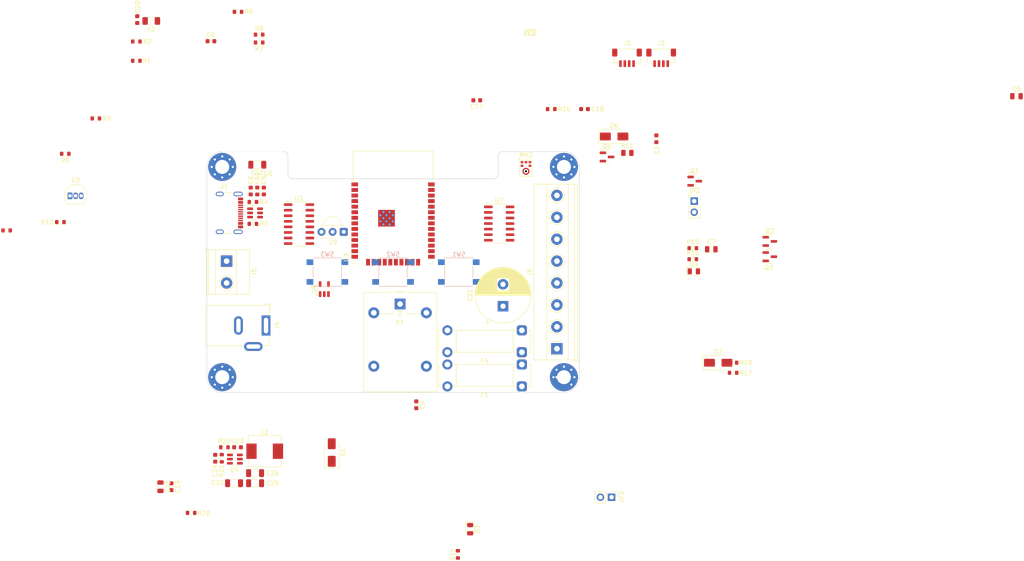
<source format=kicad_pcb>
(kicad_pcb (version 20240108) (generator "pcbnew") (generator_version "8.0")
  (title_block (title "LuminX WLED") (date "2023-03-27") (rev "1.0") (company "Michael Gross"))
  (layers (0 "F.Cu" signal "Front") (1 "In1.Cu" signal) (2 "In2.Cu" signal) (31 "B.Cu" signal "Back") (34 "B.Paste" user) (35 "F.Paste" user) (36 "B.SilkS" user "B.Silkscreen") (37 "F.SilkS" user "F.Silkscreen") (38 "B.Mask" user) (39 "F.Mask" user) (44 "Edge.Cuts" user))
  (net 0 "")
  (net 1 "+3V3")
  (net 2 "GND")
  (net 3 "+5V")
  (net 4 "VIN")
  (net 5 "Net-(D3-A)")
  (net 6 "/VBUS_RAW")
  (net 7 "EN")
  (net 8 "Net-(U9-Vs)")
  (net 9 "Net-(U8-VOUT)")
  (net 10 "Net-(Q2-B)")
  (net 11 "Net-(Q3-B)")
  (net 13 "/LED_VOUT")
  (net 14 "/VBUS")
  (net 15 "/ESP32_TX")
  (net 16 "/ESP32_RX")
  (net 17 "/LED_DAT3")
  (net 18 "/LED_DAT1")
  (net 19 "/LED_DAT2")
  (net 21 "/I2S_SCK")
  (net 22 "/I2S_SD")
  (net 23 "/I2S_WS")
  (net 24 "/nRTS")
  (net 25 "/nDTR")
  (net 26 "/IO0")
  (net 27 "Net-(U4-BST)")
  (net 28 "/TEMP")
  (net 29 "/SDA")
  (net 30 "/SCL")
  (net 31 "/SW2")
  (net 32 "/SW3")
  (net 33 "/RELAY_CTRL")
  (net 34 "/IR_CTRL")
  (net 35 "/V_SENSE")
  (net 36 "/LED_DAT4_3V3")
  (net 37 "/LED_DAT3_3V3")
  (net 38 "/LED_DAT1_3V3")
  (net 39 "/LED_DAT2_3V3")
  (net 40 "/LED_DAT4")
  (net 41 "Net-(U4-FB)")
  (net 42 "/DP")
  (net 43 "/DN")
  (net 44 "Net-(J6-Pin_1)")
  (net 45 "/USB_DN")
  (net 46 "/USB_DP")
  (net 47 "Net-(D1-A)")
  (net 48 "Net-(D4-A)")
  (net 49 "/VIN_MINUS")
  (net 50 "Net-(J1-SHIELD)")
  (net 53 "Net-(J1-CC2)")
  (net 54 "Net-(J1-CC1)")
  (net 55 "Net-(Q1-B)")
  (net 56 "Net-(R19-Pad2)")
  (net 58 "Net-(J6-Pin_5)")
  (net 59 "Net-(U1-TXD)")
  (net 60 "Net-(U1-RXD)")
  (net 68 "/BUCK_5V")
  (net 84 "/BUCK_SW")
  (footprint "Package_SO:SOIC-16_3.9x9.9mm_P1.27mm" (layer "F.Cu") (at 127.124999 87.405)
    (property "Reference" "U1" (at 0 -5.9 0) (layer "F.SilkS"))
    (property "Value" "CH340C")
    (pad "1" smd roundrect (at -2.475 -4.445) (size 1.95 0.6) (layers "F.Cu" "F.Paste" "F.Mask") (net 2 "GND"))
    (pad "2" smd roundrect (at -2.475 -3.175) (size 1.95 0.6) (layers "F.Cu" "F.Paste" "F.Mask") (net 59 "Net-(U1-TXD)"))
    (pad "3" smd roundrect (at -2.475 -1.905) (size 1.95 0.6) (layers "F.Cu" "F.Paste" "F.Mask") (net 60 "Net-(U1-RXD)"))
    (pad "4" smd roundrect (at -2.475 -0.635) (size 1.95 0.6) (layers "F.Cu" "F.Paste" "F.Mask") (net 1 "+3V3"))
    (pad "5" smd roundrect (at -2.475 0.635) (size 1.95 0.6) (layers "F.Cu" "F.Paste" "F.Mask") (net 46 "/USB_DP"))
    (pad "6" smd roundrect (at -2.475 1.905) (size 1.95 0.6) (layers "F.Cu" "F.Paste" "F.Mask") (net 45 "/USB_DN"))
    (pad "7" smd roundrect (at -2.475 3.175) (size 1.95 0.6) (layers "F.Cu" "F.Paste" "F.Mask"))
    (pad "8" smd roundrect (at -2.475 4.445) (size 1.95 0.6) (layers "F.Cu" "F.Paste" "F.Mask"))
    (pad "9" smd roundrect (at 2.475 4.445) (size 1.95 0.6) (layers "F.Cu" "F.Paste" "F.Mask"))
    (pad "10" smd roundrect (at 2.475 3.175) (size 1.95 0.6) (layers "F.Cu" "F.Paste" "F.Mask"))
    (pad "11" smd roundrect (at 2.475 1.905) (size 1.95 0.6) (layers "F.Cu" "F.Paste" "F.Mask"))
    (pad "12" smd roundrect (at 2.475 0.635) (size 1.95 0.6) (layers "F.Cu" "F.Paste" "F.Mask"))
    (pad "13" smd roundrect (at 2.475 -0.635) (size 1.95 0.6) (layers "F.Cu" "F.Paste" "F.Mask") (net 25 "/nDTR"))
    (pad "14" smd roundrect (at 2.475 -1.905) (size 1.95 0.6) (layers "F.Cu" "F.Paste" "F.Mask") (net 24 "/nRTS"))
    (pad "15" smd roundrect (at 2.475 -3.175) (size 1.95 0.6) (layers "F.Cu" "F.Paste" "F.Mask"))
    (pad "16" smd roundrect (at 2.475 -4.445) (size 1.95 0.6) (layers "F.Cu" "F.Paste" "F.Mask") (net 1 "+3V3"))
  )
  (footprint "Resistor_SMD:R_0603_1608Metric" (layer "F.Cu") (at 163.399999 162.8 -90)
    (property "Reference" "R14" (at 0 1.25 90) (layer "F.SilkS"))
    (property "Value" "4k7")
    (pad "1" smd roundrect (at -0.825 0 270) (size 0.8 0.95) (layers "F.Cu" "F.Paste" "F.Mask") (net 1 "+3V3"))
    (pad "2" smd roundrect (at 0.825 0 270) (size 0.8 0.95) (layers "F.Cu" "F.Paste" "F.Mask") (net 30 "/SCL"))
  )
  (footprint "Relay_THT:Relay_SPDT_Omron-G5LE-1" (layer "F.Cu") (at 150.199999 105.65)
    (property "Reference" "K1" (at 0 4.2 0) (layer "F.SilkS"))
    (property "Value" "G5LE-1")
    (pad "1" thru_hole rect (at 0 0) (size 2.5 2.5) (drill 1.3) (layers "*.Cu" "*.Mask") (net 13 "/LED_VOUT"))
    (pad "2" thru_hole oval (at -6 2) (size 2.5 2.5) (drill 1.3) (layers "*.Cu" "*.Mask") (net 47 "Net-(D1-A)"))
    (pad "3" thru_hole oval (at -6 14.2) (size 2.5 2.5) (drill 1.3) (layers "*.Cu" "*.Mask") (net 4 "VIN"))
    (pad "4" thru_hole oval (at 6 14.2) (size 2.5 2.5) (drill 1.3) (layers "*.Cu" "*.Mask"))
    (pad "5" thru_hole oval (at 6 2) (size 2.5 2.5) (drill 1.3) (layers "*.Cu" "*.Mask") (net 3 "+5V"))
  )
  (footprint "Package_SO:SO-14_3.9x8.65mm_P1.27mm" (layer "F.Cu") (at 172.824999 87.28)
    (property "Reference" "U7" (at 0 -5.28 0) (layer "F.SilkS"))
    (property "Value" "74AHCT125")
    (pad "1" smd roundrect (at -2.475 -3.81) (size 1.95 0.6) (layers "F.Cu" "F.Paste" "F.Mask") (net 2 "GND"))
    (pad "2" smd roundrect (at -2.475 -2.54) (size 1.95 0.6) (layers "F.Cu" "F.Paste" "F.Mask") (net 38 "/LED_DAT1_3V3"))
    (pad "3" smd roundrect (at -2.475 -1.27) (size 1.95 0.6) (layers "F.Cu" "F.Paste" "F.Mask") (net 18 "/LED_DAT1"))
    (pad "4" smd roundrect (at -2.475 0) (size 1.95 0.6) (layers "F.Cu" "F.Paste" "F.Mask") (net 2 "GND"))
    (pad "5" smd roundrect (at -2.475 1.27) (size 1.95 0.6) (layers "F.Cu" "F.Paste" "F.Mask") (net 39 "/LED_DAT2_3V3"))
    (pad "6" smd roundrect (at -2.475 2.54) (size 1.95 0.6) (layers "F.Cu" "F.Paste" "F.Mask") (net 19 "/LED_DAT2"))
    (pad "7" smd roundrect (at -2.475 3.81) (size 1.95 0.6) (layers "F.Cu" "F.Paste" "F.Mask") (net 2 "GND"))
    (pad "8" smd roundrect (at 2.475 3.81) (size 1.95 0.6) (layers "F.Cu" "F.Paste" "F.Mask") (net 17 "/LED_DAT3"))
    (pad "9" smd roundrect (at 2.475 2.54) (size 1.95 0.6) (layers "F.Cu" "F.Paste" "F.Mask") (net 37 "/LED_DAT3_3V3"))
    (pad "10" smd roundrect (at 2.475 1.27) (size 1.95 0.6) (layers "F.Cu" "F.Paste" "F.Mask") (net 2 "GND"))
    (pad "11" smd roundrect (at 2.475 0) (size 1.95 0.6) (layers "F.Cu" "F.Paste" "F.Mask") (net 40 "/LED_DAT4"))
    (pad "12" smd roundrect (at 2.475 -1.27) (size 1.95 0.6) (layers "F.Cu" "F.Paste" "F.Mask") (net 36 "/LED_DAT4_3V3"))
    (pad "13" smd roundrect (at 2.475 -2.54) (size 1.95 0.6) (layers "F.Cu" "F.Paste" "F.Mask") (net 2 "GND"))
    (pad "14" smd roundrect (at 2.475 -3.81) (size 1.95 0.6) (layers "F.Cu" "F.Paste" "F.Mask") (net 3 "+5V"))
  )
  (footprint "RF_Module:ESP32-WROOM-32D" (layer "F.Cu") (at 148.599999 86.595)
    (property "Reference" "U3" (at -10.61 8.43 90) (layer "F.SilkS"))
    (property "Value" "ESP32-WROOM-32E")
    (pad "1" smd rect (at -8.75 -8.25) (size 1.5 0.9) (layers "F.Cu" "F.Paste" "F.Mask") (net 2 "GND"))
    (pad "2" smd rect (at -8.75 -6.98) (size 1.5 0.9) (layers "F.Cu" "F.Paste" "F.Mask") (net 1 "+3V3"))
    (pad "3" smd rect (at -8.75 -5.71) (size 1.5 0.9) (layers "F.Cu" "F.Paste" "F.Mask") (net 7 "EN"))
    (pad "4" smd rect (at -8.75 -4.44) (size 1.5 0.9) (layers "F.Cu" "F.Paste" "F.Mask"))
    (pad "5" smd rect (at -8.75 -3.17) (size 1.5 0.9) (layers "F.Cu" "F.Paste" "F.Mask"))
    (pad "6" smd rect (at -8.75 -1.9) (size 1.5 0.9) (layers "F.Cu" "F.Paste" "F.Mask") (net 35 "/V_SENSE"))
    (pad "7" smd rect (at -8.75 -0.63) (size 1.5 0.9) (layers "F.Cu" "F.Paste" "F.Mask"))
    (pad "8" smd rect (at -8.75 0.64) (size 1.5 0.9) (layers "F.Cu" "F.Paste" "F.Mask") (net 22 "/I2S_SD"))
    (pad "9" smd rect (at -8.75 1.91) (size 1.5 0.9) (layers "F.Cu" "F.Paste" "F.Mask") (net 21 "/I2S_SCK"))
    (pad "10" smd rect (at -8.75 3.18) (size 1.5 0.9) (layers "F.Cu" "F.Paste" "F.Mask") (net 23 "/I2S_WS"))
    (pad "11" smd rect (at -8.75 4.45) (size 1.5 0.9) (layers "F.Cu" "F.Paste" "F.Mask"))
    (pad "12" smd rect (at -8.75 5.72) (size 1.5 0.9) (layers "F.Cu" "F.Paste" "F.Mask"))
    (pad "13" smd rect (at -8.75 6.99) (size 1.5 0.9) (layers "F.Cu" "F.Paste" "F.Mask"))
    (pad "14" smd rect (at -8.75 8.26) (size 1.5 0.9) (layers "F.Cu" "F.Paste" "F.Mask") (net 34 "/IR_CTRL"))
    (pad "15" smd rect (at -5.71 9.51 90) (size 1.5 0.9) (layers "F.Cu" "F.Paste" "F.Mask") (net 2 "GND"))
    (pad "16" smd rect (at -4.44 9.51 90) (size 1.5 0.9) (layers "F.Cu" "F.Paste" "F.Mask") (net 33 "/RELAY_CTRL"))
    (pad "17" smd rect (at -3.17 9.51 90) (size 1.5 0.9) (layers "F.Cu" "F.Paste" "F.Mask"))
    (pad "18" smd rect (at -1.9 9.51 90) (size 1.5 0.9) (layers "F.Cu" "F.Paste" "F.Mask"))
    (pad "19" smd rect (at -0.63 9.51 90) (size 1.5 0.9) (layers "F.Cu" "F.Paste" "F.Mask"))
    (pad "20" smd rect (at 0.64 9.51 90) (size 1.5 0.9) (layers "F.Cu" "F.Paste" "F.Mask"))
    (pad "21" smd rect (at 1.91 9.51 90) (size 1.5 0.9) (layers "F.Cu" "F.Paste" "F.Mask"))
    (pad "22" smd rect (at 3.18 9.51 90) (size 1.5 0.9) (layers "F.Cu" "F.Paste" "F.Mask"))
    (pad "23" smd rect (at 4.45 9.51 90) (size 1.5 0.9) (layers "F.Cu" "F.Paste" "F.Mask") (net 28 "/TEMP"))
    (pad "24" smd rect (at 5.72 9.51 90) (size 1.5 0.9) (layers "F.Cu" "F.Paste" "F.Mask") (net 38 "/LED_DAT1_3V3"))
    (pad "25" smd rect (at 8.75 8.26) (size 1.5 0.9) (layers "F.Cu" "F.Paste" "F.Mask") (net 26 "/IO0"))
    (pad "26" smd rect (at 8.75 6.99) (size 1.5 0.9) (layers "F.Cu" "F.Paste" "F.Mask") (net 31 "/SW2"))
    (pad "27" smd rect (at 8.75 5.72) (size 1.5 0.9) (layers "F.Cu" "F.Paste" "F.Mask") (net 32 "/SW3"))
    (pad "28" smd rect (at 8.75 4.45) (size 1.5 0.9) (layers "F.Cu" "F.Paste" "F.Mask"))
    (pad "29" smd rect (at 8.75 3.18) (size 1.5 0.9) (layers "F.Cu" "F.Paste" "F.Mask") (net 39 "/LED_DAT2_3V3"))
    (pad "30" smd rect (at 8.75 1.91) (size 1.5 0.9) (layers "F.Cu" "F.Paste" "F.Mask") (net 37 "/LED_DAT3_3V3"))
    (pad "31" smd rect (at 8.75 0.64) (size 1.5 0.9) (layers "F.Cu" "F.Paste" "F.Mask") (net 36 "/LED_DAT4_3V3"))
    (pad "32" smd rect (at 8.75 -0.63) (size 1.5 0.9) (layers "F.Cu" "F.Paste" "F.Mask"))
    (pad "33" smd rect (at 8.75 -1.9) (size 1.5 0.9) (layers "F.Cu" "F.Paste" "F.Mask") (net 29 "/SDA"))
    (pad "34" smd rect (at 8.75 -3.17) (size 1.5 0.9) (layers "F.Cu" "F.Paste" "F.Mask") (net 16 "/ESP32_RX"))
    (pad "35" smd rect (at 8.75 -4.44) (size 1.5 0.9) (layers "F.Cu" "F.Paste" "F.Mask") (net 15 "/ESP32_TX"))
    (pad "36" smd rect (at 8.75 -5.71) (size 1.5 0.9) (layers "F.Cu" "F.Paste" "F.Mask") (net 30 "/SCL"))
    (pad "37" smd rect (at 8.75 -6.98) (size 1.5 0.9) (layers "F.Cu" "F.Paste" "F.Mask"))
    (pad "38" smd rect (at 8.75 -8.25) (size 1.5 0.9) (layers "F.Cu" "F.Paste" "F.Mask") (net 2 "GND"))
    (pad "39" smd rect (at -2.9 -1.93) (size 0.9 0.9) (layers "F.Cu" "F.Paste") (net 2 "GND"))
    (pad "39" thru_hole circle (at -2.9 -1.23) (size 0.6 0.6) (drill 0.2) (property pad_prop_heatsink) (layers "*.Cu" "F.Mask") (net 2 "GND"))
    (pad "39" smd rect (at -2.9 -0.53) (size 0.9 0.9) (layers "F.Cu" "F.Paste") (net 2 "GND"))
    (pad "39" thru_hole circle (at -2.9 0.17) (size 0.6 0.6) (drill 0.2) (property pad_prop_heatsink) (layers "*.Cu" "F.Mask") (net 2 "GND"))
    (pad "39" smd rect (at -2.9 0.87) (size 0.9 0.9) (layers "F.Cu" "F.Paste") (net 2 "GND"))
    (pad "39" thru_hole circle (at -2.2 -1.93) (size 0.6 0.6) (drill 0.2) (property pad_prop_heatsink) (layers "*.Cu" "F.Mask") (net 2 "GND"))
    (pad "39" thru_hole circle (at -2.2 -0.53) (size 0.6 0.6) (drill 0.2) (property pad_prop_heatsink) (layers "*.Cu" "F.Mask") (net 2 "GND"))
    (pad "39" thru_hole circle (at -2.2 0.87) (size 0.6 0.6) (drill 0.2) (property pad_prop_heatsink) (layers "*.Cu" "F.Mask") (net 2 "GND"))
    (pad "39" thru_hole circle (at -1.525 -1.23) (size 0.6 0.6) (drill 0.2) (property pad_prop_heatsink) (layers "*.Cu" "F.Mask") (net 2 "GND"))
    (pad "39" thru_hole circle (at -1.525 0.17) (size 0.6 0.6) (drill 0.2) (property pad_prop_heatsink) (layers "*.Cu" "F.Mask") (net 2 "GND"))
    (pad "39" smd rect (at -1.5 -1.93) (size 0.9 0.9) (layers "F.Cu" "F.Paste") (net 2 "GND"))
    (pad "39" smd rect (at -1.5 -0.53) (size 0.9 0.9) (layers "F.Cu" "F.Paste") (net 2 "GND"))
    (pad "39" smd rect (at -1.5 -0.53) (size 3.8 3.8) (layers "F.Cu" "F.Mask") (net 2 "GND"))
    (pad "39" smd rect (at -1.5 0.87) (size 0.9 0.9) (layers "F.Cu" "F.Paste") (net 2 "GND"))
    (pad "39" thru_hole circle (at -0.8 -1.93) (size 0.6 0.6) (drill 0.2) (property pad_prop_heatsink) (layers "*.Cu" "F.Mask") (net 2 "GND"))
    (pad "39" thru_hole circle (at -0.8 -0.53) (size 0.6 0.6) (drill 0.2) (property pad_prop_heatsink) (layers "*.Cu" "F.Mask") (net 2 "GND"))
    (pad "39" thru_hole circle (at -0.8 0.87) (size 0.6 0.6) (drill 0.2) (property pad_prop_heatsink) (layers "*.Cu" "F.Mask") (net 2 "GND"))
    (pad "39" smd rect (at -0.1 -1.93) (size 0.9 0.9) (layers "F.Cu" "F.Paste") (net 2 "GND"))
    (pad "39" thru_hole circle (at -0.1 -1.23) (size 0.6 0.6) (drill 0.2) (property pad_prop_heatsink) (layers "*.Cu" "F.Mask") (net 2 "GND"))
    (pad "39" smd rect (at -0.1 -0.53) (size 0.9 0.9) (layers "F.Cu" "F.Paste") (net 2 "GND"))
    (pad "39" thru_hole circle (at -0.1 0.17) (size 0.6 0.6) (drill 0.2) (property pad_prop_heatsink) (layers "*.Cu" "F.Mask") (net 2 "GND"))
    (pad "39" smd rect (at -0.1 0.87) (size 0.9 0.9) (layers "F.Cu" "F.Paste") (net 2 "GND"))
  )
  (footprint "Resistor_SMD:R_0603_1608Metric" (layer "F.Cu") (at 113.199999 38.95)
    (property "Reference" "R6" (at 2.5 -0.1 0) (layer "F.SilkS"))
    (property "Value" "470R")
    (pad "1" smd roundrect (at -0.825 0) (size 0.8 0.95) (layers "F.Cu" "F.Paste" "F.Mask") (net 59 "Net-(U1-TXD)"))
    (pad "2" smd roundrect (at 0.825 0) (size 0.8 0.95) (layers "F.Cu" "F.Paste" "F.Mask") (net 16 "/ESP32_RX"))
  )
  (footprint "Resistor_SMD:R_0603_1608Metric" (layer "F.Cu") (at 116.599999 87.35)
    (property "Reference" "R3" (at 2.5 0 0) (layer "F.SilkS"))
    (property "Value" "5k1")
    (pad "1" smd roundrect (at -0.825 0) (size 0.8 0.95) (layers "F.Cu" "F.Paste" "F.Mask") (net 53 "Net-(J1-CC2)"))
    (pad "2" smd roundrect (at 0.825 0) (size 0.8 0.95) (layers "F.Cu" "F.Paste" "F.Mask") (net 2 "GND"))
  )
  (footprint "Package_TO_SOT_SMD:SOT-23" (layer "F.Cu") (at 197.437499 72.075)
    (property "Reference" "Q4" (at 0 -2.4 0) (layer "F.SilkS"))
    (property "Value" "AO3401A")
    (pad "1" smd roundrect (at -0.9375 -0.95) (size 1.475 0.6) (layers "F.Cu" "F.Paste" "F.Mask") (net 68 "/BUCK_5V"))
    (pad "2" smd roundrect (at -0.9375 0.95) (size 1.475 0.6) (layers "F.Cu" "F.Paste" "F.Mask") (net 3 "+5V"))
    (pad "3" smd roundrect (at 0.9375 0) (size 1.475 0.6) (layers "F.Cu" "F.Paste" "F.Mask") (net 14 "/VBUS"))
  )
  (footprint "MountingHole:MountingHole_3.2mm_M3_Pad_Via" (layer "F.Cu") (at 187.599999 122.35)
    (property "Reference" "H4" (hide yes))
    (property "Value" "MountingHole")
    (pad "1" thru_hole circle (at -2.4 0) (size 0.8 0.8) (drill 0.5) (layers "*.Cu" "*.Mask") (net 2 "GND"))
    (pad "1" thru_hole circle (at -1.697056 -1.697056) (size 0.8 0.8) (drill 0.5) (layers "*.Cu" "*.Mask") (net 2 "GND"))
    (pad "1" thru_hole circle (at -1.697056 0) (size 0.8 0.8) (drill 0.5) (layers "*.Cu" "*.Mask") (net 2 "GND"))
    (pad "1" thru_hole circle (at 0 -2.4) (size 0.8 0.8) (drill 0.5) (layers "*.Cu" "*.Mask") (net 2 "GND"))
    (pad "1" thru_hole circle (at 0 0) (size 0.8 0.8) (drill 0.5) (layers "*.Cu" "*.Mask") (net 2 "GND"))
    (pad "1" thru_hole circle (at 0 0) (size 6.4 6.4) (drill 3.2) (layers "*.Cu" "*.Mask") (net 2 "GND"))
    (pad "1" thru_hole circle (at 1.697056 -1.697056) (size 0.8 0.8) (drill 0.5) (layers "*.Cu" "*.Mask") (net 2 "GND"))
    (pad "1" thru_hole circle (at 1.697056 1.697056) (size 0.8 0.8) (drill 0.5) (layers "*.Cu" "*.Mask") (net 2 "GND"))
    (pad "1" thru_hole circle (at 2.4 0) (size 0.8 0.8) (drill 0.5) (layers "*.Cu" "*.Mask") (net 2 "GND"))
  )
  (footprint "MG_Footprint_Lib:Conn_BarrelJack_GCT_DCJ200-10-A_Horizontal" (layer "F.Cu") (at 119.599999 110.55 -90)
    (property "Reference" "J4" (at 0 -2.5 90) (layer "F.SilkS"))
    (property "Value" "GCT DCJ200-10")
    (pad "1" thru_hole rect (at 0 0 270) (size 4.6 2) (drill oval 3.6 1) (layers "*.Cu" "*.Mask") (net 4 "VIN"))
    (pad "2" thru_hole oval (at 0 6.3 270) (size 4.2 2) (drill oval 3.2 1) (layers "*.Cu" "*.Mask") (net 2 "GND"))
    (pad "3" thru_hole oval (at 4.8 2.9 270) (size 2 4.2) (drill oval 1 3.2) (layers "*.Cu" "*.Mask") (net 49 "/VIN_MINUS"))
  )
  (footprint "Diode_SMD:D_SMA" (layer "F.Cu") (at 199.062499 67.4)
    (property "Reference" "D6" (at 0 -2.5 0) (layer "F.SilkS"))
    (property "Value" "SS34")
    (pad "1" smd roundrect (at -2 0) (size 2.5 1.8) (layers "F.Cu" "F.Paste" "F.Mask") (roundrect_rratio 0.1388888889) (net 3 "+5V"))
    (pad "2" smd roundrect (at 2 0) (size 2.5 1.8) (layers "F.Cu" "F.Paste" "F.Mask") (roundrect_rratio 0.1388888889) (net 68 "/BUCK_5V"))
  )
  (footprint "Capacitor_SMD:C_1206_3216Metric" (layer "F.Cu") (at 117.599999 73.85 180)
    (property "Reference" "C10" (at 0 -1.85 0) (layer "F.SilkS"))
    (property "Value" "10u")
    (pad "1" smd roundrect (at -1.475 0 180) (size 1.15 1.8) (layers "F.Cu" "F.Paste" "F.Mask") (roundrect_rratio 0.217391) (net 14 "/VBUS"))
    (pad "2" smd roundrect (at 1.475 0 180) (size 1.15 1.8) (layers "F.Cu" "F.Paste" "F.Mask") (roundrect_rratio 0.217391) (net 2 "GND"))
  )
  (footprint "Package_TO_SOT_SMD:SOT-23" (layer "F.Cu") (at 217.459999 77.6)
    (property "Reference" "Q1" (at 0 -2.4 0) (layer "F.SilkS"))
    (property "Value" "BC847")
    (pad "1" smd roundrect (at -0.9375 -0.95) (size 1.475 0.6) (layers "F.Cu" "F.Paste" "F.Mask") (net 55 "Net-(Q1-B)"))
    (pad "2" smd roundrect (at -0.9375 0.95) (size 1.475 0.6) (layers "F.Cu" "F.Paste" "F.Mask") (net 24 "/nRTS"))
    (pad "3" smd roundrect (at 0.9375 0) (size 1.475 0.6) (layers "F.Cu" "F.Paste" "F.Mask") (net 7 "EN"))
  )
  (footprint "Capacitor_SMD:C_1206_3216Metric" (layer "F.Cu") (at 112.299999 146.55)
    (property "Reference" "C22" (at -3.8 -0.1 0) (layer "F.SilkS"))
    (property "Value" "10u")
    (pad "1" smd roundrect (at -1.475 0) (size 1.15 1.8) (layers "F.Cu" "F.Paste" "F.Mask") (roundrect_rratio 0.217391) (net 4 "VIN"))
    (pad "2" smd roundrect (at 1.475 0) (size 1.15 1.8) (layers "F.Cu" "F.Paste" "F.Mask") (roundrect_rratio 0.217391) (net 2 "GND"))
  )
  (footprint "Resistor_SMD:R_0603_1608Metric" (layer "F.Cu") (at 217.019999 92.9)
    (property "Reference" "R15" (at 0 -1.43 0) (layer "F.SilkS"))
    (property "Value" "10k")
    (pad "1" smd roundrect (at -0.825 0) (size 0.8 0.95) (layers "F.Cu" "F.Paste" "F.Mask") (net 1 "+3V3"))
    (pad "2" smd roundrect (at 0.825 0) (size 0.8 0.95) (layers "F.Cu" "F.Paste" "F.Mask") (net 26 "/IO0"))
  )
  (footprint "Package_TO_SOT_SMD:SOT-23" (layer "F.Cu") (at 234.599999 94.85)
    (property "Reference" "Q2" (at 0.0375 -5.9 0) (layer "F.SilkS"))
    (property "Value" "BC847")
    (pad "1" smd roundrect (at -0.9375 -0.95) (size 1.475 0.6) (layers "F.Cu" "F.Paste" "F.Mask") (net 10 "Net-(Q2-B)"))
    (pad "2" smd roundrect (at -0.9375 0.95) (size 1.475 0.6) (layers "F.Cu" "F.Paste" "F.Mask") (net 25 "/nDTR"))
    (pad "3" smd roundrect (at 0.9375 0) (size 1.475 0.6) (layers "F.Cu" "F.Paste" "F.Mask") (net 26 "/IO0"))
  )
  (footprint "Resistor_SMD:R_0603_1608Metric" (layer "F.Cu") (at 118.024999 44.15)
    (property "Reference" "R8" (at 0 -1.4 0) (layer "F.SilkS"))
    (property "Value" "10k")
    (pad "1" smd roundrect (at -0.825 0) (size 0.8 0.95) (layers "F.Cu" "F.Paste" "F.Mask") (net 25 "/nDTR"))
    (pad "2" smd roundrect (at 0.825 0) (size 0.8 0.95) (layers "F.Cu" "F.Paste" "F.Mask") (net 55 "Net-(Q1-B)"))
  )
  (footprint "Resistor_SMD:R_0603_1608Metric" (layer "F.Cu") (at 110.099999 138.35)
    (property "Reference" "R22" (at 0 -1.4 0) (layer "F.SilkS"))
    (property "Value" "30k1")
    (pad "1" smd roundrect (at -0.825 0) (size 0.8 0.95) (layers "F.Cu" "F.Paste" "F.Mask") (net 2 "GND"))
    (pad "2" smd roundrect (at 0.825 0) (size 0.8 0.95) (layers "F.Cu" "F.Paste" "F.Mask") (net 41 "Net-(U4-FB)"))
  )
  (footprint "Capacitor_SMD:C_0805_2012Metric" (layer "F.Cu") (at 221.249999 93.15)
    (property "Reference" "C7" (at 0 -1.68 0) (layer "F.SilkS"))
    (property "Value" "10u")
    (pad "1" smd roundrect (at -0.95 0) (size 1 1.45) (layers "F.Cu" "F.Paste" "F.Mask") (net 1 "+3V3"))
    (pad "2" smd roundrect (at 0.95 0) (size 1 1.45) (layers "F.Cu" "F.Paste" "F.Mask") (net 2 "GND"))
  )
  (footprint "Capacitor_SMD:C_0603_1608Metric" (layer "F.Cu") (at 208.699999 67.925 -90)
    (property "Reference" "C2" (at 2.6 -0.1 90) (layer "F.SilkS"))
    (property "Value" "100n")
    (pad "1" smd roundrect (at -0.775 0 270) (size 0.9 0.95) (layers "F.Cu" "F.Paste" "F.Mask") (net 1 "+3V3"))
    (pad "2" smd roundrect (at 0.775 0 270) (size 0.9 0.95) (layers "F.Cu" "F.Paste" "F.Mask") (net 2 "GND"))
  )
  (footprint "MountingHole:MountingHole_3.2mm_M3_Pad_Via" (layer "F.Cu") (at 109.599999 74.35)
    (property "Reference" "H1" (hide yes))
    (property "Value" "MountingHole")
    (pad "1" thru_hole circle (at -2.4 0) (size 0.8 0.8) (drill 0.5) (layers "*.Cu" "*.Mask") (net 2 "GND"))
    (pad "1" thru_hole circle (at -1.697056 -1.697056) (size 0.8 0.8) (drill 0.5) (layers "*.Cu" "*.Mask") (net 2 "GND"))
    (pad "1" thru_hole circle (at -1.697056 1.697056) (size 0.8 0.8) (drill 0.5) (layers "*.Cu" "*.Mask") (net 2 "GND"))
    (pad "1" thru_hole circle (at 0 -2.4) (size 0.8 0.8) (drill 0.5) (layers "*.Cu" "*.Mask") (net 2 "GND"))
    (pad "1" thru_hole circle (at 0 0) (size 6.4 6.4) (drill 3.2) (layers "*.Cu" "*.Mask") (net 2 "GND"))
    (pad "1" thru_hole circle (at 0 2.4) (size 0.8 0.8) (drill 0.5) (layers "*.Cu" "*.Mask") (net 2 "GND"))
    (pad "1" thru_hole circle (at 1.697056 -1.697056) (size 0.8 0.8) (drill 0.5) (layers "*.Cu" "*.Mask") (net 2 "GND"))
    (pad "1" thru_hole circle (at 1.697056 1.697056) (size 0.8 0.8) (drill 0.5) (layers "*.Cu" "*.Mask") (net 2 "GND"))
    (pad "1" thru_hole circle (at 2.4 0) (size 0.8 0.8) (drill 0.5) (layers "*.Cu" "*.Mask") (net 2 "GND"))
  )
  (footprint "Diode_SMD:D_SMA" (layer "F.Cu") (at 134.599999 139.55 90)
    (property "Reference" "D1" (at 0 2.6 -90) (layer "F.SilkS"))
    (property "Value" "US1G")
    (pad "1" smd roundrect (at -2 0 90) (size 2.5 1.8) (layers "F.Cu" "F.Paste" "F.Mask") (roundrect_rratio 0.1388888889) (net 3 "+5V"))
    (pad "2" smd roundrect (at 2 0 90) (size 2.5 1.8) (layers "F.Cu" "F.Paste" "F.Mask") (roundrect_rratio 0.1388888889) (net 47 "Net-(D1-A)"))
  )
  (footprint "Resistor_SMD:R_0603_1608Metric" (layer "F.Cu") (at 102.499999 153.325)
    (property "Reference" "R20" (at 2.925 0.1 0) (layer "F.SilkS"))
    (property "Value" "1k")
    (pad "1" smd roundrect (at -0.825 0) (size 0.8 0.95) (layers "F.Cu" "F.Paste" "F.Mask") (net 33 "/RELAY_CTRL"))
    (pad "2" smd roundrect (at 0.825 0) (size 0.8 0.95) (layers "F.Cu" "F.Paste" "F.Mask") (net 48 "Net-(D4-A)"))
  )
  (footprint "Package_TO_SOT_THT:TO-92_Inline" (layer "F.Cu") (at 74.859999 80.95)
    (property "Reference" "U2" (at 1.27 -3.56 0) (layer "F.SilkS"))
    (property "Value" "DS18B20")
    (pad "1" thru_hole rect (at 0 0) (size 1.05 1.5) (drill 0.75) (layers "*.Cu" "*.Mask") (net 2 "GND"))
    (pad "2" thru_hole oval (at 1.27 0) (size 1.05 1.5) (drill 0.75) (layers "*.Cu" "*.Mask") (net 28 "/TEMP"))
    (pad "3" thru_hole oval (at 2.54 0) (size 1.05 1.5) (drill 0.75) (layers "*.Cu" "*.Mask") (net 1 "+3V3"))
  )
  (footprint "TerminalBlock_Phoenix:TerminalBlock_Phoenix_MKDS-1,5-2_1x02_P5.00mm_Horizontal" (layer "F.Cu") (at 110.599999 95.85 -90)
    (property "Reference" "J5" (at 2.5 -6.26 -90) (layer "F.SilkS"))
    (property "Value" "5mm Screw Terminal")
    (pad "1" thru_hole rect (at 0 0 270) (size 2.6 2.6) (drill 1.3) (layers "*.Cu" "*.Mask") (net 49 "/VIN_MINUS"))
    (pad "2" thru_hole circle (at 5 0 270) (size 2.6 2.6) (drill 1.3) (layers "*.Cu" "*.Mask") (net 4 "VIN"))
  )
  (footprint "Capacitor_SMD:C_0603_1608Metric" (layer "F.Cu") (at 116.099999 79.85 90)
    (property "Reference" "C8" (at 2.5 0 90) (layer "F.SilkS"))
    (property "Value" "10n")
    (pad "1" smd roundrect (at -0.775 0 90) (size 0.9 0.95) (layers "F.Cu" "F.Paste" "F.Mask") (net 6 "/VBUS_RAW"))
    (pad "2" smd roundrect (at 0.775 0 90) (size 0.9 0.95) (layers "F.Cu" "F.Paste" "F.Mask") (net 2 "GND"))
  )
  (footprint "MG_Footprint_Lib:Fuseholder_Clip-5x20mm_Littelfuse_521_Lateral_P17.00x5.00mm_D1.30mm_Horizontal" (layer "F.Cu") (at 177.999999 116.65 180)
    (property "Reference" "F4" (at 8.5 -2 0) (layer "F.SilkS"))
    (property "Value" "3.5A")
    (pad "1" thru_hole roundrect (at 0 0 180) (size 2.3 2.3) (drill 1.3) (layers "*.Cu" "*.Mask") (net 13 "/LED_VOUT"))
    (pad "1" thru_hole roundrect (at 0 5 180) (size 2.3 2.3) (drill 1.3) (layers "*.Cu" "*.Mask") (net 13 "/LED_VOUT"))
    (pad "2" thru_hole circle (at 17 0 180) (size 2.3 2.3) (drill 1.3) (layers "*.Cu" "*.Mask") (net 58 "Net-(J6-Pin_5)"))
    (pad "2" thru_hole circle (at 17 5 180) (size 2.3 2.3) (drill 1.3) (layers "*.Cu" "*.Mask") (net 58 "Net-(J6-Pin_5)"))
  )
  (footprint "Connector_USB:USB_C_Receptacle_GCT_USB4105-xx-A_16P_TopMnt_Horizontal" (layer "F.Cu") (at 110.109999 84.85 -90)
    (property "Reference" "J1" (at -6 0.01 0) (layer "F.SilkS"))
    (property "Value" "GCT USB4105")
    (pad "" np_thru_hole circle (at -2.89 -2.605 270) (size 0.65 0.65) (drill 0.65) (layers "F&B.Cu" "*.Mask"))
    (pad "" np_thru_hole circle (at 2.89 -2.605 270) (size 0.65 0.65) (drill 0.65) (layers "F&B.Cu" "*.Mask"))
    (pad "A1" smd roundrect (at -3.2 -3.68 270) (size 0.6 1.15) (layers "F.Cu" "F.Paste" "F.Mask") (net 2 "GND"))
    (pad "A4" smd roundrect (at -2.4 -3.68 270) (size 0.6 1.15) (layers "F.Cu" "F.Paste" "F.Mask") (net 6 "/VBUS_RAW"))
    (pad "A5" smd roundrect (at -1.25 -3.68 270) (size 0.3 1.15) (layers "F.Cu" "F.Paste" "F.Mask") (net 54 "Net-(J1-CC1)"))
    (pad "A6" smd roundrect (at -0.25 -3.68 270) (size 0.3 1.15) (layers "F.Cu" "F.Paste" "F.Mask") (net 42 "/DP"))
    (pad "A7" smd roundrect (at 0.25 -3.68 270) (size 0.3 1.15) (layers "F.Cu" "F.Paste" "F.Mask") (net 43 "/DN"))
    (pad "A8" smd roundrect (at 1.25 -3.68 270) (size 0.3 1.15) (layers "F.Cu" "F.Paste" "F.Mask"))
    (pad "A9" smd roundrect (at 2.4 -3.68 270) (size 0.6 1.15) (layers "F.Cu" "F.Paste" "F.Mask") (net 6 "/VBUS_RAW"))
    (pad "A12" smd roundrect (at 3.2 -3.68 270) (size 0.6 1.15) (layers "F.Cu" "F.Paste" "F.Mask") (net 2 "GND"))
    (pad "B1" smd roundrect (at 3.2 -3.68 270) (size 0.6 1.15) (layers "F.Cu" "F.Paste" "F.Mask") (net 2 "GND"))
    (pad "B4" smd roundrect (at 2.4 -3.68 270) (size 0.6 1.15) (layers "F.Cu" "F.Paste" "F.Mask") (net 6 "/VBUS_RAW"))
    (pad "B5" smd roundrect (at 1.75 -3.68 270) (size 0.3 1.15) (layers "F.Cu" "F.Paste" "F.Mask") (net 53 "Net-(J1-CC2)"))
    (pad "B6" smd roundrect (at 0.75 -3.68 270) (size 0.3 1.15) (layers "F.Cu" "F.Paste" "F.Mask") (net 42 "/DP"))
    (pad "B7" smd roundrect (at -0.75 -3.68 270) (size 0.3 1.15) (layers "F.Cu" "F.Paste" "F.Mask") (net 43 "/DN"))
    (pad "B8" smd roundrect (at -1.75 -3.68 270) (size 0.3 1.15) (layers "F.Cu" "F.Paste" "F.Mask"))
    (pad "B9" smd roundrect (at -2.4 -3.68 270) (size 0.6 1.15) (layers "F.Cu" "F.Paste" "F.Mask") (net 6 "/VBUS_RAW"))
    (pad "B12" smd roundrect (at -3.2 -3.68 270) (size 0.6 1.15) (layers "F.Cu" "F.Paste" "F.Mask") (net 2 "GND"))
    (pad "S1" thru_hole oval (at -4.32 -3.105 270) (size 1 2.1) (drill oval 0.6 1.7) (layers "*.Cu" "*.Mask" "F.Paste") (net 50 "Net-(J1-SHIELD)"))
    (pad "S1" thru_hole oval (at -4.32 1.075 270) (size 1 1.8) (drill oval 0.6 1.4) (layers "*.Cu" "*.Mask" "F.Paste") (net 50 "Net-(J1-SHIELD)"))
    (pad "S1" thru_hole oval (at 4.32 -3.105 270) (size 1 2.1) (drill oval 0.6 1.7) (layers "*.Cu" "*.Mask" "F.Paste") (net 50 "Net-(J1-SHIELD)"))
    (pad "S1" thru_hole oval (at 4.32 1.075 270) (size 1 1.8) (drill oval 0.6 1.4) (layers "*.Cu" "*.Mask" "F.Paste") (net 50 "Net-(J1-SHIELD)"))
  )
  (footprint "Sensor_Audio:InvenSense_ICS-43434-6_3.5x2.65mm" (layer "F.Cu") (at 178.937499 74.64)
    (property "Reference" "MK2" (at 0 -3 0) (layer "F.SilkS"))
    (property "Value" "ICS-43434")
    (pad "" np_thru_hole circle (at 0 0.71) (size 0.5 0.5) (drill 0.5) (layers "*.Mask"))
    (pad "1" smd rect (at -0.9 -1.364) (size 0.6 0.522) (layers "F.Cu" "F.Mask") (net 23 "/I2S_WS"))
    (pad "2" smd rect (at -0.9 -0.542) (size 0.6 0.522) (layers "F.Cu" "F.Mask") (net 2 "GND"))
    (pad "3" smd custom (at 0.6625 0.71 90) (size 0.3 0.3) (layers "F.Cu" "F.Mask") (net 2 "GND") (options (clearance outline) (anchor circle)) (primitives (gr_circle (center 0 -0.6625) (end 0.6625 -0.6625) (width 0.3) (fill no))))
    (pad "4" smd rect (at 0.9 -0.542) (size 0.6 0.522) (layers "F.Cu" "F.Mask") (net 21 "/I2S_SCK"))
    (pad "5" smd rect (at 0.9 -1.364) (size 0.6 0.522) (layers "F.Cu" "F.Mask") (net 1 "+3V3"))
    (pad "6" smd rect (at 0 -1.364) (size 0.6 0.522) (layers "F.Cu" "F.Mask") (net 22 "/I2S_SD"))
  )
  (footprint "Resistor_SMD:R_0603_1608Metric" (layer "F.Cu") (at 226.224999 119.05)
    (property "Reference" "R19" (at 2.9 0 0) (layer "F.SilkS"))
    (property "Value" "470R")
    (pad "1" smd roundrect (at -0.825 0) (size 0.8 0.95) (layers "F.Cu" "F.Paste" "F.Mask") (net 26 "/IO0"))
    (pad "2" smd roundrect (at 0.825 0) (size 0.8 0.95) (layers "F.Cu" "F.Paste" "F.Mask") (net 56 "Net-(R19-Pad2)"))
  )
  (footprint "Capacitor_SMD:C_0603_1608Metric" (layer "F.Cu") (at 90.199999 40.725 -90)
    (property "Reference" "C20" (at -2.9 -0.1 90) (layer "F.SilkS"))
    (property "Value" "1u")
    (pad "1" smd roundrect (at -0.775 0 270) (size 0.9 0.95) (layers "F.Cu" "F.Paste" "F.Mask") (net 9 "Net-(U8-VOUT)"))
    (pad "2" smd roundrect (at 0.775 0 270) (size 0.9 0.95) (layers "F.Cu" "F.Paste" "F.Mask") (net 2 "GND"))
  )
  (footprint "Connector_JST:JST_SH_BM04B-SRSS-TB_1x04-1MP_P1.00mm_Vertical" (layer "F.Cu") (at 209.799999 49.45)
    (property "Reference" "J2" (at 0 -3.3 0) (layer "F.SilkS"))
    (property "Value" "JST SH")
    (pad "1" smd roundrect (at -1.5 1.325) (size 0.6 1.55) (layers "F.Cu" "F.Paste" "F.Mask") (net 30 "/SCL"))
    (pad "2" smd roundrect (at -0.5 1.325) (size 0.6 1.55) (layers "F.Cu" "F.Paste" "F.Mask") (net 29 "/SDA"))
    (pad "3" smd roundrect (at 0.5 1.325) (size 0.6 1.55) (layers "F.Cu" "F.Paste" "F.Mask") (net 1 "+3V3"))
    (pad "4" smd roundrect (at 1.5 1.325) (size 0.6 1.55) (layers "F.Cu" "F.Paste" "F.Mask") (net 2 "GND"))
    (pad "MP" smd roundrect (at -2.8 -1.2) (size 1.2 1.8) (layers "F.Cu" "F.Paste" "F.Mask") (roundrect_rratio 0.208333))
    (pad "MP" smd roundrect (at 2.8 -1.2) (size 1.2 1.8) (layers "F.Cu" "F.Paste" "F.Mask") (roundrect_rratio 0.208333))
  )
  (footprint "Resistor_SMD:R_0603_1608Metric" (layer "F.Cu") (at 226.224999 121.35 180)
    (property "Reference" "R17" (at -2.9 -0.1 0) (layer "F.SilkS"))
    (property "Value" "10k")
    (pad "1" smd roundrect (at -0.825 0 180) (size 0.8 0.95) (layers "F.Cu" "F.Paste" "F.Mask") (net 1 "+3V3"))
    (pad "2" smd roundrect (at 0.825 0 180) (size 0.8 0.95) (layers "F.Cu" "F.Paste" "F.Mask") (net 32 "/SW3"))
  )
  (footprint "Resistor_SMD:R_0603_1608Metric" (layer "F.Cu") (at 109.499999 140.85 -90)
    (property "Reference" "R21" (at 2.9 0.1 90) (layer "F.SilkS"))
    (property "Value" "158k")
    (pad "1" smd roundrect (at -0.825 0 270) (size 0.8 0.95) (layers "F.Cu" "F.Paste" "F.Mask") (net 41 "Net-(U4-FB)"))
    (pad "2" smd roundrect (at 0.825 0 270) (size 0.8 0.95) (layers "F.Cu" "F.Paste" "F.Mask") (net 68 "/BUCK_5V"))
  )
  (footprint "Resistor_SMD:R_0603_1608Metric" (layer "F.Cu") (at 80.749999 63.2875 180)
    (property "Reference" "R9" (at -2.5 0 180) (layer "F.SilkS"))
    (property "Value" "10k")
    (pad "1" smd roundrect (at -0.825 0 180) (size 0.8 0.95) (layers "F.Cu" "F.Paste" "F.Mask") (net 24 "/nRTS"))
    (pad "2" smd roundrect (at 0.825 0 180) (size 0.8 0.95) (layers "F.Cu" "F.Paste" "F.Mask") (net 10 "Net-(Q2-B)"))
  )
  (footprint "Package_TO_SOT_SMD:TSOT-23-6" (layer "F.Cu") (at 112.499999 141.05)
    (property "Reference" "U4" (at -0.1 2.5 180) (layer "F.SilkS"))
    (property "Value" "AP63300")
    (pad "1" smd roundrect (at -1.1375 -0.95) (size 1.325 0.6) (layers "F.Cu" "F.Paste" "F.Mask") (net 41 "Net-(U4-FB)"))
    (pad "2" smd roundrect (at -1.1375 0) (size 1.325 0.6) (layers "F.Cu" "F.Paste" "F.Mask") (net 4 "VIN"))
    (pad "3" smd roundrect (at -1.1375 0.95) (size 1.325 0.6) (layers "F.Cu" "F.Paste" "F.Mask") (net 4 "VIN"))
    (pad "4" smd roundrect (at 1.1375 0.95) (size 1.325 0.6) (layers "F.Cu" "F.Paste" "F.Mask") (net 2 "GND"))
    (pad "5" smd roundrect (at 1.1375 0) (size 1.325 0.6) (layers "F.Cu" "F.Paste" "F.Mask") (net 84 "/BUCK_SW"))
    (pad "6" smd roundrect (at 1.1375 -0.95) (size 1.325 0.6) (layers "F.Cu" "F.Paste" "F.Mask") (net 27 "Net-(U4-BST)"))
  )
  (footprint "Connector_PinHeader_2.54mm:PinHeader_1x02_P2.54mm_Vertical" (layer "F.Cu") (at 217.339999 82.15)
    (property "Reference" "JP2" (at 0 -2.33 0) (layer "F.SilkS"))
    (property "Value" "Jumper_2_Open")
    (pad "1" thru_hole rect (at 0 0) (size 1.7 1.7) (drill 1) (layers "*.Cu" "*.Mask") (net 4 "VIN"))
    (pad "2" thru_hole oval (at 0 2.54) (size 1.7 1.7) (drill 1) (layers "*.Cu" "*.Mask") (net 13 "/LED_VOUT"))
  )
  (footprint "Resistor_SMD:R_0603_1608Metric" (layer "F.Cu") (at 89.999999 50.125)
    (property "Reference" "R1" (at 2.4 0 0) (layer "F.SilkS"))
    (property "Value" "0R")
    (pad "1" smd roundrect (at -0.825 0) (size 0.8 0.95) (layers "F.Cu" "F.Paste" "F.Mask") (net 2 "GND"))
    (pad "2" smd roundrect (at 0.825 0) (size 0.8 0.95) (layers "F.Cu" "F.Paste" "F.Mask") (net 50 "Net-(J1-SHIELD)"))
  )
  (footprint "Resistor_SMD:R_0603_1608Metric" (layer "F.Cu") (at 217.019999 95.41)
    (property "Reference" "R16" (at 0 -1.43 0) (layer "F.SilkS"))
    (property "Value" "10k")
    (pad "1" smd roundrect (at -0.825 0) (size 0.8 0.95) (layers "F.Cu" "F.Paste" "F.Mask") (net 1 "+3V3"))
    (pad "2" smd roundrect (at 0.825 0) (size 0.8 0.95) (layers "F.Cu" "F.Paste" "F.Mask") (net 31 "/SW2"))
  )
  (footprint "Package_TO_SOT_SMD:SOT-23" (layer "F.Cu") (at 234.599999 91.35)
    (property "Reference" "Q3" (at -0.2 6 0) (layer "F.SilkS"))
    (property "Value" "BC847")
    (pad "1" smd roundrect (at -0.9375 -0.95) (size 1.475 0.6) (layers "F.Cu" "F.Paste" "F.Mask") (net 11 "Net-(Q3-B)"))
    (pad "2" smd roundrect (at -0.9375 0.95) (size 1.475 0.6) (layers "F.Cu" "F.Paste" "F.Mask") (net 2 "GND"))
    (pad "3" smd roundrect (at 0.9375 0) (size 1.475 0.6) (layers "F.Cu" "F.Paste" "F.Mask") (net 47 "Net-(D1-A)"))
  )
  (footprint "Resistor_SMD:R_0805_2012Metric" (layer "F.Cu") (at 202.087499 71.15)
    (property "Reference" "R11" (at 0 -1.65 0) (layer "F.SilkS"))
    (property "Value" "10k")
    (pad "1" smd roundrect (at -0.9125 0) (size 1.025 1.4) (layers "F.Cu" "F.Paste" "F.Mask") (roundrect_rratio 0.243902) (net 68 "/BUCK_5V"))
    (pad "2" smd roundrect (at 0.9125 0) (size 1.025 1.4) (layers "F.Cu" "F.Paste" "F.Mask") (roundrect_rratio 0.243902) (net 2 "GND"))
  )
  (footprint "Capacitor_SMD:C_0603_1608Metric" (layer "F.Cu") (at 153.899999 128.65 -90)
    (property "Reference" "C4" (at 0 -1.43 90) (layer "F.SilkS"))
    (property "Value" "100n")
    (pad "1" smd roundrect (at -0.775 0 270) (size 0.9 0.95) (layers "F.Cu" "F.Paste" "F.Mask") (net 1 "+3V3"))
    (pad "2" smd roundrect (at 0.775 0 270) (size 0.9 0.95) (layers "F.Cu" "F.Paste" "F.Mask") (net 2 "GND"))
  )
  (footprint "LED_SMD:LED_0805_2012Metric" (layer "F.Cu") (at 166.199999 157.05 -90)
    (property "Reference" "D3" (at 0 -1.65 -90) (layer "F.SilkS"))
    (property "Value" "GREEN")
    (pad "1" smd roundrect (at -0.9375 0 270) (size 0.975 1.4) (layers "F.Cu" "F.Paste" "F.Mask") (net 2 "GND"))
    (pad "2" smd roundrect (at 0.9375 0 270) (size 0.975 1.4) (layers "F.Cu" "F.Paste" "F.Mask") (net 5 "Net-(D3-A)"))
  )
  (footprint "Resistor_SMD:R_0603_1608Metric" (layer "F.Cu") (at 72.649999 86.95)
    (property "Reference" "R13" (at -3 0 0) (layer "F.SilkS"))
    (property "Value" "4k7")
    (pad "1" smd roundrect (at -0.825 0) (size 0.8 0.95) (layers "F.Cu" "F.Paste" "F.Mask") (net 1 "+3V3"))
    (pad "2" smd roundrect (at 0.825 0) (size 0.8 0.95) (layers "F.Cu" "F.Paste" "F.Mask") (net 29 "/SDA"))
  )
  (footprint "Resistor_SMD:R_0603_1608Metric" (layer "F.Cu") (at 116.599999 82.35)
    (property "Reference" "R4" (at 2.5 0 0) (layer "F.SilkS"))
    (property "Value" "5k1")
    (pad "1" smd roundrect (at -0.825 0) (size 0.8 0.95) (layers "F.Cu" "F.Paste" "F.Mask") (net 54 "Net-(J1-CC1)"))
    (pad "2" smd roundrect (at 0.825 0) (size 0.8 0.95) (layers "F.Cu" "F.Paste" "F.Mask") (net 2 "GND"))
  )
  (footprint "TerminalBlock_Phoenix:TerminalBlock_Phoenix_MKDS-1,5-8_1x08_P5.00mm_Horizontal" (layer "F.Cu") (at 185.999999 115.85 90)
    (property "Reference" "J6" (at 17.5 -6.26 -90) (layer "F.SilkS"))
    (property "Value" "Phoenix MKDS x8 5mm")
    (pad "1" thru_hole rect (at 0 0 90) (size 2.6 2.6) (drill 1.3) (layers "*.Cu" "*.Mask") (net 44 "Net-(J6-Pin_1)"))
    (pad "2" thru_hole circle (at 5 0 90) (size 2.6 2.6) (drill 1.3) (layers "*.Cu" "*.Mask") (net 18 "/LED_DAT1"))
    (pad "3" thru_hole circle (at 10 0 90) (size 2.6 2.6) (drill 1.3) (layers "*.Cu" "*.Mask") (net 19 "/LED_DAT2"))
    (pad "4" thru_hole circle (at 15 0 90) (size 2.6 2.6) (drill 1.3) (layers "*.Cu" "*.Mask") (net 2 "GND"))
    (pad "5" thru_hole circle (at 20 0 90) (size 2.6 2.6) (drill 1.3) (layers "*.Cu" "*.Mask") (net 58 "Net-(J6-Pin_5)"))
    (pad "6" thru_hole circle (at 25 0 90) (size 2.6 2.6) (drill 1.3) (layers "*.Cu" "*.Mask") (net 17 "/LED_DAT3"))
    (pad "7" thru_hole circle (at 30 0 90) (size 2.6 2.6) (drill 1.3) (layers "*.Cu" "*.Mask") (net 40 "/LED_DAT4"))
    (pad "8" thru_hole circle (at 35 0 90) (size 2.6 2.6) (drill 1.3) (layers "*.Cu" "*.Mask") (net 2 "GND"))
  )
  (footprint "Capacitor_THT:CP_Radial_D12.5mm_P5.00mm" (layer "F.Cu") (at 173.699999 106.15 90)
    (property "Reference" "C21" (at 2.5 -7.5 90) (layer "F.SilkS"))
    (property "Value" "1000u")
    (pad "1" thru_hole rect (at 0 0 90) (size 2.4 2.4) (drill 1.2) (layers "*.Cu" "*.Mask") (net 13 "/LED_VOUT"))
    (pad "2" thru_hole circle (at 5 0 90) (size 2.4 2.4) (drill 1.2) (layers "*.Cu" "*.Mask") (net 2 "GND"))
  )
  (footprint "MountingHole:MountingHole_3.2mm_M3_Pad_Via" (layer "F.Cu") (at 109.599999 122.35)
    (property "Reference" "H2" (hide yes))
    (property "Value" "MountingHole")
    (pad "1" thru_hole circle (at -2.4 0) (size 0.8 0.8) (drill 0.5) (layers "*.Cu" "*.Mask") (net 2 "GND"))
    (pad "1" thru_hole circle (at -1.697056 -1.697056) (size 0.8 0.8) (drill 0.5) (layers "*.Cu" "*.Mask") (net 2 "GND"))
    (pad "1" thru_hole circle (at -1.697056 1.697056) (size 0.8 0.8) (drill 0.5) (layers "*.Cu" "*.Mask") (net 2 "GND"))
    (pad "1" thru_hole circle (at 0 -2.4) (size 0.8 0.8) (drill 0.5) (layers "*.Cu" "*.Mask") (net 2 "GND"))
    (pad "1" thru_hole circle (at 0 0) (size 6.4 6.4) (drill 3.2) (layers "*.Cu" "*.Mask") (net 2 "GND"))
    (pad "1" thru_hole circle (at 0 2.4) (size 0.8 0.8) (drill 0.5) (layers "*.Cu" "*.Mask") (net 2 "GND"))
    (pad "1" thru_hole circle (at 1.697056 -1.697056) (size 0.8 0.8) (drill 0.5) (layers "*.Cu" "*.Mask") (net 2 "GND"))
    (pad "1" thru_hole circle (at 1.697056 1.697056) (size 0.8 0.8) (drill 0.5) (layers "*.Cu" "*.Mask") (net 2 "GND"))
    (pad "1" thru_hole circle (at 2.4 0) (size 0.8 0.8) (drill 0.5) (layers "*.Cu" "*.Mask") (net 2 "GND"))
  )
  (footprint "Diode_SMD:D_SMA" (layer "F.Cu") (at 222.824999 119.05)
    (property "Reference" "D7" (at 0 -2.5 0) (layer "F.SilkS"))
    (property "Value" "US1G")
    (pad "1" smd roundrect (at -2 0) (size 2.5 1.8) (layers "F.Cu" "F.Paste" "F.Mask") (roundrect_rratio 0.1388888889))
    (pad "2" smd roundrect (at 2 0) (size 2.5 1.8) (layers "F.Cu" "F.Paste" "F.Mask") (roundrect_rratio 0.1388888889) (net 2 "GND"))
  )
  (footprint "Resistor_SMD:R_0603_1608Metric" (layer "F.Cu") (at 73.774999 71.35 180)
    (property "Reference" "R5" (at 0 -1.5 180) (layer "F.SilkS"))
    (property "Value" "220R")
    (pad "1" smd roundrect (at -0.825 0 180) (size 0.8 0.95) (layers "F.Cu" "F.Paste" "F.Mask") (net 1 "+3V3"))
    (pad "2" smd roundrect (at 0.825 0 180) (size 0.8 0.95) (layers "F.Cu" "F.Paste" "F.Mask") (net 8 "Net-(U9-Vs)"))
  )
  (footprint "Capacitor_SMD:C_0603_1608Metric" (layer "F.Cu") (at 167.699999 59.15 180)
    (property "Reference" "C17" (at 0 -1.43 180) (layer "F.SilkS"))
    (property "Value" "100n")
    (pad "1" smd roundrect (at -0.775 0 180) (size 0.9 0.95) (layers "F.Cu" "F.Paste" "F.Mask") (net 3 "+5V"))
    (pad "2" smd roundrect (at 0.775 0 180) (size 0.9 0.95) (layers "F.Cu" "F.Paste" "F.Mask") (net 2 "GND"))
  )
  (footprint "Capacitor_SMD:C_0603_1608Metric" (layer "F.Cu") (at 97.999999 147.35 -90)
    (property "Reference" "C19" (at 0 -1.43 -90) (layer "F.SilkS"))
    (property "Value" "1u")
    (pad "1" smd roundrect (at -0.775 0 270) (size 0.9 0.95) (layers "F.Cu" "F.Paste" "F.Mask") (net 3 "+5V"))
    (pad "2" smd roundrect (at 0.775 0 270) (size 0.9 0.95) (layers "F.Cu" "F.Paste" "F.Mask") (net 2 "GND"))
  )
  (footprint "MountingHole:MountingHole_3.2mm_M3_Pad_Via" (layer "F.Cu") (at 187.599999 74.35)
    (property "Reference" "H3" (hide yes))
    (property "Value" "MountingHole")
    (pad "1" thru_hole circle (at -2.4 0) (size 0.8 0.8) (drill 0.5) (layers "*.Cu" "*.Mask") (net 2 "GND"))
    (pad "1" thru_hole circle (at -1.697056 -1.697056) (size 0.8 0.8) (drill 0.5) (layers "*.Cu" "*.Mask") (net 2 "GND"))
    (pad "1" thru_hole circle (at -1.697056 1.697056) (size 0.8 0.8) (drill 0.5) (layers "*.Cu" "*.Mask") (net 2 "GND"))
    (pad "1" thru_hole circle (at 0 -2.4) (size 0.8 0.8) (drill 0.5) (layers "*.Cu" "*.Mask") (net 2 "GND"))
    (pad "1" thru_hole circle (at 0 0) (size 6.4 6.4) (drill 3.2) (layers "*.Cu" "*.Mask") (net 2 "GND"))
    (pad "1" thru_hole circle (at 0 2.4) (size 0.8 0.8) (drill 0.5) (layers "*.Cu" "*.Mask") (net 2 "GND"))
    (pad "1" thru_hole circle (at 1.697056 -1.697056) (size 0.8 0.8) (drill 0.5) (layers "*.Cu" "*.Mask") (net 2 "GND"))
    (pad "1" thru_hole circle (at 1.697056 1.697056) (size 0.8 0.8) (drill 0.5) (layers "*.Cu" "*.Mask") (net 2 "GND"))
    (pad "1" thru_hole circle (at 2.4 0) (size 0.8 0.8) (drill 0.5) (layers "*.Cu" "*.Mask") (net 2 "GND"))
  )
  (footprint "Capacitor_SMD:C_0603_1608Metric" (layer "F.Cu") (at 119.099999 79.85 90)
    (property "Reference" "C9" (at 2.5 0 90) (layer "F.SilkS"))
    (property "Value" "100n")
    (pad "1" smd roundrect (at -0.775 0 90) (size 0.9 0.95) (layers "F.Cu" "F.Paste" "F.Mask") (net 14 "/VBUS"))
    (pad "2" smd roundrect (at 0.775 0 90) (size 0.9 0.95) (layers "F.Cu" "F.Paste" "F.Mask") (net 2 "GND"))
  )
  (footprint "Connector_JST:JST_SH_BM04B-SRSS-TB_1x04-1MP_P1.00mm_Vertical" (layer "F.Cu") (at 201.999999 49.45)
    (property "Reference" "J3" (at 0 -3.3 0) (layer "F.SilkS"))
    (property "Value" "JST SH")
    (pad "1" smd roundrect (at -1.5 1.325) (size 0.6 1.55) (layers "F.Cu" "F.Paste" "F.Mask") (net 15 "/ESP32_TX"))
    (pad "2" smd roundrect (at -0.5 1.325) (size 0.6 1.55) (layers "F.Cu" "F.Paste" "F.Mask") (net 16 "/ESP32_RX"))
    (pad "3" smd roundrect (at 0.5 1.325) (size 0.6 1.55) (layers "F.Cu" "F.Paste" "F.Mask") (net 1 "+3V3"))
    (pad "4" smd roundrect (at 1.5 1.325) (size 0.6 1.55) (layers "F.Cu" "F.Paste" "F.Mask") (net 2 "GND"))
    (pad "MP" smd roundrect (at -2.8 -1.2) (size 1.2 1.8) (layers "F.Cu" "F.Paste" "F.Mask") (roundrect_rratio 0.208333))
    (pad "MP" smd roundrect (at 2.8 -1.2) (size 1.2 1.8) (layers "F.Cu" "F.Paste" "F.Mask") (roundrect_rratio 0.208333))
  )
  (footprint "Inductor_SMD:L_0603_1608Metric" (layer "F.Cu") (at 117.599999 79.85 90)
    (property "Reference" "FB1" (at 2.9375 0 90) (layer "F.SilkS"))
    (property "Value" "100R 3A")
    (pad "1" smd roundrect (at -0.7875 0 90) (size 0.875 0.95) (layers "F.Cu" "F.Paste" "F.Mask") (net 6 "/VBUS_RAW"))
    (pad "2" smd roundrect (at 0.7875 0 90) (size 0.875 0.95) (layers "F.Cu" "F.Paste" "F.Mask") (net 14 "/VBUS"))
  )
  (footprint "Fuse:Fuse_1206_3216Metric" (layer "F.Cu") (at 93.399999 41.025)
    (property "Reference" "F2" (at 0 2 0) (layer "F.SilkS"))
    (property "Value" "750mA")
    (pad "1" smd roundrect (at -1.4 0) (size 1.25 1.75) (layers "F.Cu" "F.Paste" "F.Mask") (roundrect_rratio 0.2) (net 9 "Net-(U8-VOUT)"))
    (pad "2" smd roundrect (at 1.4 0) (size 1.25 1.75) (layers "F.Cu" "F.Paste" "F.Mask") (roundrect_rratio 0.2) (net 1 "+3V3"))
  )
  (footprint "Capacitor_SMD:C_0603_1608Metric" (layer "F.Cu") (at 107.024999 45.65 180)
    (property "Reference" "C6" (at 0 1.5 0) (layer "F.SilkS"))
    (property "Value" "100n")
    (pad "1" smd roundrect (at -0.775 0 180) (size 0.9 0.95) (layers "F.Cu" "F.Paste" "F.Mask") (net 1 "+3V3"))
    (pad "2" smd roundrect (at 0.775 0 180) (size 0.9 0.95) (layers "F.Cu" "F.Paste" "F.Mask") (net 2 "GND"))
  )
  (footprint "Resistor_SMD:R_0603_1608Metric" (layer "F.Cu") (at 89.999999 45.725)
    (property "Reference" "R2" (at 2.5 0 0) (layer "F.SilkS"))
    (property "Value" "10k")
    (pad "1" smd roundrect (at -0.825 0) (size 0.8 0.95) (layers "F.Cu" "F.Paste" "F.Mask") (net 1 "+3V3"))
    (pad "2" smd roundrect (at 0.825 0) (size 0.8 0.95) (layers "F.Cu" "F.Paste" "F.Mask") (net 28 "/TEMP"))
  )
  (footprint "Resistor_SMD:R_0603_1608Metric" (layer "F.Cu") (at 60.374999 88.85)
    (property "Reference" "R18" (hide yes))
    (property "Value" "1k")
    (pad "1" smd roundrect (at -0.825 0) (size 0.8 0.95) (layers "F.Cu" "F.Paste" "F.Mask") (net 1 "+3V3"))
    (pad "2" smd roundrect (at 0.825 0) (size 0.8 0.95) (layers "F.Cu" "F.Paste" "F.Mask") (net 5 "Net-(D3-A)"))
  )
  (footprint "Capacitor_SMD:C_0805_2012Metric" (layer "F.Cu") (at 290.912499 58.215)
    (property "Reference" "C5" (at 0 -1.68 0) (layer "F.SilkS"))
    (property "Value" "2u2")
    (pad "1" smd roundrect (at -0.95 0) (size 1 1.45) (layers "F.Cu" "F.Paste" "F.Mask") (net 8 "Net-(U9-Vs)"))
    (pad "2" smd roundrect (at 0.95 0) (size 1 1.45) (layers "F.Cu" "F.Paste" "F.Mask") (net 2 "GND"))
  )
  (footprint "OptoDevice:Vishay_MINICAST-3Pin" (layer "F.Cu") (at 137.339999 89.175 180)
    (property "Reference" "U9" (at 2.5 -2.4 0) (layer "F.SilkS"))
    (property "Value" "TSOP382xx")
    (pad "1" thru_hole roundrect (at 0 0 180) (size 1.8 1.8) (drill 0.9) (layers "*.Cu" "*.Mask") (roundrect_rratio 0.139) (net 34 "/IR_CTRL"))
    (pad "2" thru_hole circle (at 2.54 0 180) (size 1.8 1.8) (drill 0.9) (layers "*.Cu" "*.Mask") (net 2 "GND"))
    (pad "3" thru_hole circle (at 5.08 0 180) (size 1.8 1.8) (drill 0.9) (layers "*.Cu" "*.Mask") (net 8 "Net-(U9-Vs)"))
  )
  (footprint "Package_TO_SOT_SMD:SOT-23-6" (layer "F.Cu") (at 117.099999 84.85)
    (property "Reference" "U5" (at 3 -9 0) (layer "F.SilkS"))
    (property "Value" "USBLC6-2SC6")
    (pad "1" smd roundrect (at -1.1375 -0.95) (size 1.325 0.6) (layers "F.Cu" "F.Paste" "F.Mask") (net 42 "/DP"))
    (pad "2" smd roundrect (at -1.1375 0) (size 1.325 0.6) (layers "F.Cu" "F.Paste" "F.Mask") (net 2 "GND"))
    (pad "3" smd roundrect (at -1.1375 0.95) (size 1.325 0.6) (layers "F.Cu" "F.Paste" "F.Mask") (net 43 "/DN"))
    (pad "4" smd roundrect (at 1.1375 0.95) (size 1.325 0.6) (layers "F.Cu" "F.Paste" "F.Mask") (net 45 "/USB_DN"))
    (pad "5" smd roundrect (at 1.1375 0) (size 1.325 0.6) (layers "F.Cu" "F.Paste" "F.Mask") (net 6 "/VBUS_RAW"))
    (pad "6" smd roundrect (at 1.1375 -0.95) (size 1.325 0.6) (layers "F.Cu" "F.Paste" "F.Mask") (net 46 "/USB_DP"))
  )
  (footprint "Capacitor_SMD:C_0603_1608Metric" (layer "F.Cu") (at 192.299999 61.15)
    (property "Reference" "C18" (at 3 0 0) (layer "F.SilkS"))
    (property "Value" "100n")
    (pad "1" smd roundrect (at -0.775 0) (size 0.9 0.95) (layers "F.Cu" "F.Paste" "F.Mask") (net 1 "+3V3"))
    (pad "2" smd roundrect (at 0.775 0) (size 0.9 0.95) (layers "F.Cu" "F.Paste" "F.Mask") (net 2 "GND"))
  )
  (footprint "Resistor_SMD:R_0603_1608Metric" (layer "F.Cu") (at 184.699999 61.15 180)
    (property "Reference" "R10" (at -3 0 0) (layer "F.SilkS"))
    (property "Value" "220R")
    (pad "1" smd roundrect (at -0.825 0 180) (size 0.8 0.95) (layers "F.Cu" "F.Paste" "F.Mask") (net 33 "/RELAY_CTRL"))
    (pad "2" smd roundrect (at 0.825 0 180) (size 0.8 0.95) (layers "F.Cu" "F.Paste" "F.Mask") (net 11 "Net-(Q3-B)"))
  )
  (footprint "Resistor_SMD:R_0603_1608Metric" (layer "F.Cu") (at 118.024999 45.95)
    (property "Reference" "R7" (at 0 1.5 0) (layer "F.SilkS"))
    (property "Value" "470R")
    (pad "1" smd roundrect (at -0.825 0) (size 0.8 0.95) (layers "F.Cu" "F.Paste" "F.Mask") (net 60 "Net-(U1-RXD)"))
    (pad "2" smd roundrect (at 0.825 0) (size 0.8 0.95) (layers "F.Cu" "F.Paste" "F.Mask") (net 15 "/ESP32_TX"))
  )
  (footprint "MG_Footprint_Lib:Fuseholder_Clip-5x20mm_Littelfuse_521_Lateral_P17.00x5.00mm_D1.30mm_Horizontal" (layer "F.Cu") (at 177.999999 124.45 180)
    (property "Reference" "F1" (at 8.5 -2 0) (layer "F.SilkS"))
    (property "Value" "3.5A")
    (pad "1" thru_hole roundrect (at 0 0 180) (size 2.3 2.3) (drill 1.3) (layers "*.Cu" "*.Mask") (net 13 "/LED_VOUT"))
    (pad "1" thru_hole roundrect (at 0 5 180) (size 2.3 2.3) (drill 1.3) (layers "*.Cu" "*.Mask") (net 13 "/LED_VOUT"))
    (pad "2" thru_hole circle (at 17 0 180) (size 2.3 2.3) (drill 1.3) (layers "*.Cu" "*.Mask") (net 44 "Net-(J6-Pin_1)"))
    (pad "2" thru_hole circle (at 17 5 180) (size 2.3 2.3) (drill 1.3) (layers "*.Cu" "*.Mask") (net 44 "Net-(J6-Pin_1)"))
  )
  (footprint "Package_TO_SOT_SMD:SOT-23-5" (layer "F.Cu") (at 132.899999 102.25 90)
    (property "Reference" "U8" (at 0 -2.4 90) (layer "F.SilkS"))
    (property "Value" "AP2112K-3.3")
    (pad "1" smd roundrect (at -1.1375 -0.95 90) (size 1.325 0.6) (layers "F.Cu" "F.Paste" "F.Mask") (net 3 "+5V"))
    (pad "2" smd roundrect (at -1.1375 0 90) (size 1.325 0.6) (layers "F.Cu" "F.Paste" "F.Mask") (net 2 "GND"))
    (pad "3" smd roundrect (at -1.1375 0.95 90) (size 1.325 0.6) (layers "F.Cu" "F.Paste" "F.Mask") (net 3 "+5V"))
    (pad "4" smd roundrect (at 1.1375 0.95 90) (size 1.325 0.6) (layers "F.Cu" "F.Paste" "F.Mask"))
    (pad "5" smd roundrect (at 1.1375 -0.95 90) (size 1.325 0.6) (layers "F.Cu" "F.Paste" "F.Mask") (net 9 "Net-(U8-VOUT)"))
  )
  (footprint "Capacitor_SMD:C_1206_3216Metric" (layer "F.Cu") (at 117.099999 146.55 180)
    (property "Reference" "C25" (at -4 0 0) (layer "F.SilkS"))
    (property "Value" "22u")
    (pad "1" smd roundrect (at -1.475 0 180) (size 1.15 1.8) (layers "F.Cu" "F.Paste" "F.Mask") (roundrect_rratio 0.217391) (net 68 "/BUCK_5V"))
    (pad "2" smd roundrect (at 1.475 0 180) (size 1.15 1.8) (layers "F.Cu" "F.Paste" "F.Mask") (roundrect_rratio 0.217391) (net 2 "GND"))
  )
  (footprint "Capacitor_SMD:C_0603_1608Metric" (layer "F.Cu") (at 113.099999 138.35)
    (property "Reference" "C23" (at 0 -1.43 0) (layer "F.SilkS"))
    (property "Value" "100n")
    (pad "1" smd roundrect (at -0.775 0) (size 0.9 0.95) (layers "F.Cu" "F.Paste" "F.Mask") (net 27 "Net-(U4-BST)"))
    (pad "2" smd roundrect (at 0.775 0) (size 0.9 0.95) (layers "F.Cu" "F.Paste" "F.Mask") (net 84 "/BUCK_SW"))
  )
  (footprint "Inductor_SMD:L_Sunlord_MWSA0603S" (layer "F.Cu") (at 119.299999 139.25)
    (property "Reference" "L2" (at 0 -4.3 360) (layer "F.SilkS"))
    (property "Value" "MWSA0603S-6R8MT")
    (pad "1" smd rect (at -3.025 0) (size 2.35 3.5) (layers "F.Cu" "F.Paste" "F.Mask") (net 84 "/BUCK_SW"))
    (pad "2" smd rect (at 3.025 0) (size 2.35 3.5) (layers "F.Cu" "F.Paste" "F.Mask") (net 68 "/BUCK_5V"))
  )
  (footprint "Connector_PinHeader_2.54mm:PinHeader_1x02_P2.54mm_Vertical" (layer "F.Cu") (at 198.474999 149.75 -90)
    (property "Reference" "JP3" (at 0 -2.33 90) (layer "F.SilkS"))
    (property "Value" "Jumper_2_Open")
    (pad "1" thru_hole rect (at 0 0 270) (size 1.7 1.7) (drill 1) (layers "*.Cu" "*.Mask") (net 4 "VIN"))
    (pad "2" thru_hole oval (at 0 2.54 270) (size 1.7 1.7) (drill 1) (layers "*.Cu" "*.Mask") (net 3 "+5V"))
  )
  (footprint "Capacitor_SMD:C_1206_3216Metric" (layer "F.Cu") (at 117.099999 144.25 180)
    (property "Reference" "C26" (at -4 0 0) (layer "F.SilkS"))
    (property "Value" "22u")
    (pad "1" smd roundrect (at -1.475 0 180) (size 1.15 1.8) (layers "F.Cu" "F.Paste" "F.Mask") (roundrect_rratio 0.217391) (net 68 "/BUCK_5V"))
    (pad "2" smd roundrect (at 1.475 0 180) (size 1.15 1.8) (layers "F.Cu" "F.Paste" "F.Mask") (roundrect_rratio 0.217391) (net 2 "GND"))
  )
  (footprint "LED_SMD:LED_0805_2012Metric" (layer "F.Cu") (at 217.259999 98.185)
    (property "Reference" "D4" (at 0 -1.65 0) (layer "F.SilkS"))
    (property "Value" "AMBER")
    (pad "1" smd roundrect (at -0.9375 0) (size 0.975 1.4) (layers "F.Cu" "F.Paste" "F.Mask") (net 2 "GND"))
    (pad "2" smd roundrect (at 0.9375 0) (size 0.975 1.4) (layers "F.Cu" "F.Paste" "F.Mask") (net 48 "Net-(D4-A)"))
  )
  (footprint "Capacitor_SMD:C_0603_1608Metric" (layer "F.Cu") (at 107.999999 140.85 -90)
    (property "Reference" "C24" (at 2.9 0.1 90) (layer "F.SilkS"))
    (property "Value" "47p")
    (pad "1" smd roundrect (at -0.775 0 270) (size 0.9 0.95) (layers "F.Cu" "F.Paste" "F.Mask") (net 41 "Net-(U4-FB)"))
    (pad "2" smd roundrect (at 0.775 0 270) (size 0.9 0.95) (layers "F.Cu" "F.Paste" "F.Mask") (net 68 "/BUCK_5V"))
  )
  (footprint "Capacitor_SMD:C_0805_2012Metric" (layer "F.Cu") (at 95.499999 147.35 -90)
    (property "Reference" "C13" (at 0 -1.68 -90) (layer "F.SilkS"))
    (property "Value" "10u")
    (pad "1" smd roundrect (at -0.95 0 270) (size 1 1.45) (layers "F.Cu" "F.Paste" "F.Mask") (net 1 "+3V3"))
    (pad "2" smd roundrect (at 0.95 0 270) (size 1 1.45) (layers "F.Cu" "F.Paste" "F.Mask") (net 2 "GND"))
  )
  (footprint "Button_Switch_SMD:SW_SPST_PTS645" (layer "B.Cu") (at 148.599999 98.35 180)
    (property "Reference" "SW2" (at 0 4.05 0) (layer "B.SilkS") (effects (justify mirror)))
    (property "Value" "SW_Push")
    (pad "1" smd rect (at -3.98 2.25 180) (size 1.55 1.3) (layers "B.Cu" "B.Paste" "B.Mask") (net 31 "/SW2"))
    (pad "1" smd rect (at 3.98 2.25 180) (size 1.55 1.3) (layers "B.Cu" "B.Paste" "B.Mask") (net 31 "/SW2"))
    (pad "2" smd rect (at -3.98 -2.25 180) (size 1.55 1.3) (layers "B.Cu" "B.Paste" "B.Mask") (net 2 "GND"))
    (pad "2" smd rect (at 3.98 -2.25 180) (size 1.55 1.3) (layers "B.Cu" "B.Paste" "B.Mask") (net 2 "GND"))
  )
  (footprint "Button_Switch_SMD:SW_SPST_PTS645" (layer "B.Cu") (at 163.599999 98.35 180)
    (property "Reference" "SW1" (at 0 4.05 0) (layer "B.SilkS") (effects (justify mirror)))
    (property "Value" "SW_Push")
    (pad "1" smd rect (at -3.98 2.25 180) (size 1.55 1.3) (layers "B.Cu" "B.Paste" "B.Mask") (net 56 "Net-(R19-Pad2)"))
    (pad "1" smd rect (at 3.98 2.25 180) (size 1.55 1.3) (layers "B.Cu" "B.Paste" "B.Mask") (net 56 "Net-(R19-Pad2)"))
    (pad "2" smd rect (at -3.98 -2.25 180) (size 1.55 1.3) (layers "B.Cu" "B.Paste" "B.Mask") (net 2 "GND"))
    (pad "2" smd rect (at 3.98 -2.25 180) (size 1.55 1.3) (layers "B.Cu" "B.Paste" "B.Mask") (net 2 "GND"))
  )
  (footprint "Button_Switch_SMD:SW_SPST_PTS645" (layer "B.Cu") (at 133.599999 98.35 180)
    (property "Reference" "SW3" (at 0 4.05 0) (layer "B.SilkS") (effects (justify mirror)))
    (property "Value" "SW_Push")
    (pad "1" smd rect (at -3.98 2.25 180) (size 1.55 1.3) (layers "B.Cu" "B.Paste" "B.Mask") (net 32 "/SW3"))
    (pad "1" smd rect (at 3.98 2.25 180) (size 1.55 1.3) (layers "B.Cu" "B.Paste" "B.Mask") (net 32 "/SW3"))
    (pad "2" smd rect (at -3.98 -2.25 180) (size 1.55 1.3) (layers "B.Cu" "B.Paste" "B.Mask") (net 2 "GND"))
    (pad "2" smd rect (at 3.98 -2.25 180) (size 1.55 1.3) (layers "B.Cu" "B.Paste" "B.Mask") (net 2 "GND"))
  )
  (gr_arc (start 123.599999 70.85) (mid 124.307106 71.142893) (end 124.599999 71.85) (stroke (width 0.1)) (layer "Edge.Cuts"))
  (gr_line (start 172.599999 71.85) (end 172.599999 76.05) (stroke (width 0.1)) (layer "Edge.Cuts"))
  (gr_arc (start 106.099999 74.35) (mid 107.125125 71.875126) (end 109.599999 70.85) (stroke (width 0.1)) (layer "Edge.Cuts"))
  (gr_arc (start 109.599999 125.85) (mid 107.125125 124.824874) (end 106.099999 122.35) (stroke (width 0.1)) (layer "Edge.Cuts"))
  (gr_arc (start 187.599999 70.85) (mid 190.074873 71.875126) (end 191.099999 74.35) (stroke (width 0.1)) (layer "Edge.Cuts"))
  (gr_line (start 109.599999 125.85) (end 187.599999 125.85) (stroke (width 0.1)) (layer "Edge.Cuts"))
  (gr_line (start 173.599999 70.85) (end 187.599999 70.85) (stroke (width 0.1)) (layer "Edge.Cuts"))
  (gr_line (start 106.099999 74.35) (end 106.099999 122.35) (stroke (width 0.1)) (layer "Edge.Cuts"))
  (gr_line (start 191.099999 74.35) (end 191.099999 122.35) (stroke (width 0.1)) (layer "Edge.Cuts"))
  (gr_arc (start 172.599999 71.85) (mid 172.892892 71.142893) (end 173.599999 70.85) (stroke (width 0.1)) (layer "Edge.Cuts"))
  (gr_arc (start 191.099999 122.35) (mid 190.074873 124.824874) (end 187.599999 125.85) (stroke (width 0.1)) (layer "Edge.Cuts"))
  (gr_arc (start 125.599999 77.05) (mid 124.892893 76.757106) (end 124.599999 76.05) (stroke (width 0.1)) (layer "Edge.Cuts"))
  (gr_arc (start 172.599999 76.05) (mid 172.307106 76.757106) (end 171.599999 77.05) (stroke (width 0.1)) (layer "Edge.Cuts"))
  (gr_line (start 124.599999 76.05) (end 124.599999 71.85) (stroke (width 0.1)) (layer "Edge.Cuts"))
  (gr_line (start 123.599999 70.85) (end 109.599999 70.85) (stroke (width 0.0381)) (layer "Edge.Cuts"))
  (gr_line (start 125.599999 77.05) (end 171.599999 77.05) (stroke (width 0.1)) (layer "Edge.Cuts"))
  (gr_text "SN:					" (at 178.429999 44.31 0) (layer "F.SilkS" knockout) (effects (font (size 1 1) (thickness 0.25) (bold yes)) (justify left bottom)))
)
</source>
